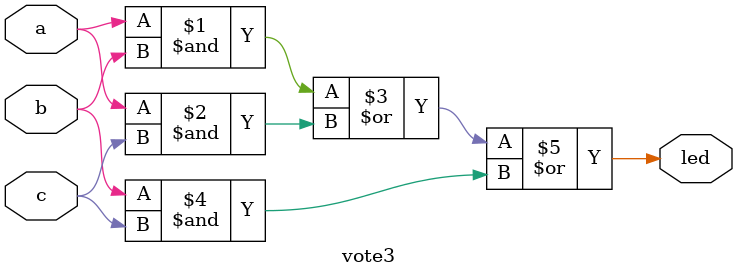
<source format=v>
module vote3 (
	input wire a,
	input wire b,
	input wire c,
	output wire led);
		assign led =(a & b) | (a & c) | (b & c) ;
endmodule
</source>
